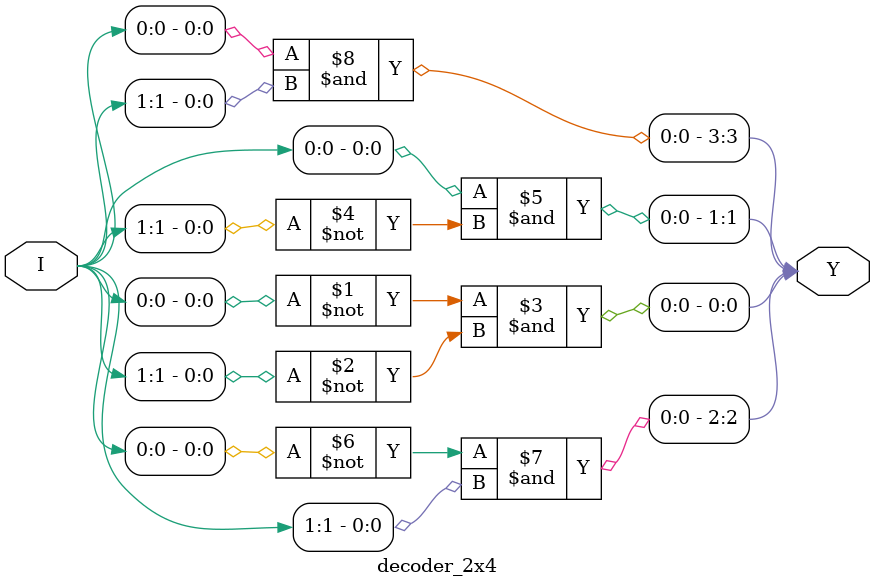
<source format=v>
`timescale 1ns / 1ps


module decoder_2x4(I,Y);

input [1:0]I;
output [3:0]Y;

assign Y[0]=(~I[0])&(~I[1]);
assign Y[1]=I[0]&(~I[1]);
assign Y[2]=(~I[0])&I[1];
assign Y[3]=I[0]&I[1];

endmodule

</source>
